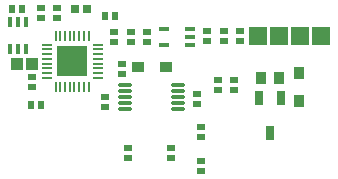
<source format=gbr>
G04 Layer_Color=8421504*
%FSLAX25Y25*%
%MOIN*%
%TF.FileFunction,Paste,Top*%
%TF.Part,Single*%
G01*
G75*
%TA.AperFunction,SMDPad*%
%ADD10R,0.02559X0.02362*%
%TA.AperFunction,SMDPad*%
%ADD11O,0.00787X0.03937*%
%TA.AperFunction,SMDPad*%
%ADD12O,0.03937X0.00787*%
%TA.AperFunction,SMDPad*%
%ADD13R,0.10433X0.10433*%
%TA.AperFunction,SMDPad*%
%ADD14R,0.03661X0.03858*%
%TA.AperFunction,SMDPad*%
%ADD15R,0.02559X0.04528*%
%TA.AperFunction,SMDPad*%
%ADD16O,0.05315X0.01181*%
%TA.AperFunction,SMDPad*%
%ADD17R,0.02362X0.02559*%
%TA.AperFunction,SMDPad*%
%ADD18R,0.03937X0.03268*%
%TA.AperFunction,SMDPad*%
%ADD19R,0.03268X0.03937*%
%TA.AperFunction,SMDPad*%
%ADD20R,0.01575X0.03347*%
%TA.AperFunction,ConnectorPad*%
%ADD21R,0.03937X0.03937*%
%TA.AperFunction,SMDPad*%
%ADD22R,0.03347X0.01575*%
%TA.AperFunction,ConnectorPad*%
%ADD23R,0.05906X0.05906*%
%TA.AperFunction,ConnectorPad*%
%ADD24R,0.02953X0.02953*%
D10*
X397000Y246673D02*
D03*
Y243327D02*
D03*
X382500Y243327D02*
D03*
Y246673D02*
D03*
X407000Y238827D02*
D03*
Y242173D02*
D03*
X405500Y264673D02*
D03*
Y261327D02*
D03*
X375000Y260327D02*
D03*
Y263673D02*
D03*
X350500Y266827D02*
D03*
Y270173D02*
D03*
X380500Y271327D02*
D03*
Y274673D02*
D03*
X412500Y269173D02*
D03*
Y265827D02*
D03*
X418000Y269173D02*
D03*
Y265827D02*
D03*
X407000Y253673D02*
D03*
Y250327D02*
D03*
X383500Y281827D02*
D03*
Y285173D02*
D03*
X378000Y281827D02*
D03*
Y285173D02*
D03*
X353500Y293173D02*
D03*
Y289827D02*
D03*
X359000Y293173D02*
D03*
Y289827D02*
D03*
X389000Y281827D02*
D03*
Y285173D02*
D03*
X409000Y282327D02*
D03*
Y285673D02*
D03*
X420000Y285673D02*
D03*
Y282327D02*
D03*
X414500Y282327D02*
D03*
Y285673D02*
D03*
D11*
X358488Y267035D02*
D03*
X360063D02*
D03*
X361638D02*
D03*
X363213D02*
D03*
X364787D02*
D03*
X366362D02*
D03*
X367937D02*
D03*
X369512D02*
D03*
Y283965D02*
D03*
X367937D02*
D03*
X366362D02*
D03*
X364787D02*
D03*
X363213D02*
D03*
X361638D02*
D03*
X360063D02*
D03*
X358488D02*
D03*
D12*
X372465Y269988D02*
D03*
Y271563D02*
D03*
Y273138D02*
D03*
Y274713D02*
D03*
Y276287D02*
D03*
Y277862D02*
D03*
Y279437D02*
D03*
Y281012D02*
D03*
X355535D02*
D03*
Y279437D02*
D03*
Y277862D02*
D03*
Y276287D02*
D03*
Y274713D02*
D03*
Y273138D02*
D03*
Y271563D02*
D03*
Y269988D02*
D03*
D13*
X364000Y275500D02*
D03*
D14*
X426968Y270000D02*
D03*
X433032D02*
D03*
D15*
X430000Y251693D02*
D03*
X426260Y263307D02*
D03*
X433740D02*
D03*
D16*
X399260Y259563D02*
D03*
Y261531D02*
D03*
Y263500D02*
D03*
Y265469D02*
D03*
Y267437D02*
D03*
X381740Y259563D02*
D03*
Y261531D02*
D03*
Y263500D02*
D03*
Y265469D02*
D03*
Y267437D02*
D03*
D17*
X353673Y261000D02*
D03*
X350327D02*
D03*
X374827Y290500D02*
D03*
X378173D02*
D03*
X343827Y293000D02*
D03*
X347173D02*
D03*
D18*
X395146Y273500D02*
D03*
X385854D02*
D03*
D19*
X439500Y271646D02*
D03*
Y262354D02*
D03*
D20*
X343441Y279571D02*
D03*
X346000D02*
D03*
X348559D02*
D03*
Y288429D02*
D03*
X346000D02*
D03*
X343441D02*
D03*
D21*
X350500Y274500D02*
D03*
X345500D02*
D03*
D22*
X403429Y280941D02*
D03*
Y283500D02*
D03*
Y286059D02*
D03*
X394571D02*
D03*
Y280941D02*
D03*
D23*
X426000Y284000D02*
D03*
X433000D02*
D03*
X447000D02*
D03*
X440000D02*
D03*
D24*
X369000Y293000D02*
D03*
X365000D02*
D03*
%TF.MD5,FD448F9BFA0376804D6D50F39F435945*%
M02*

</source>
